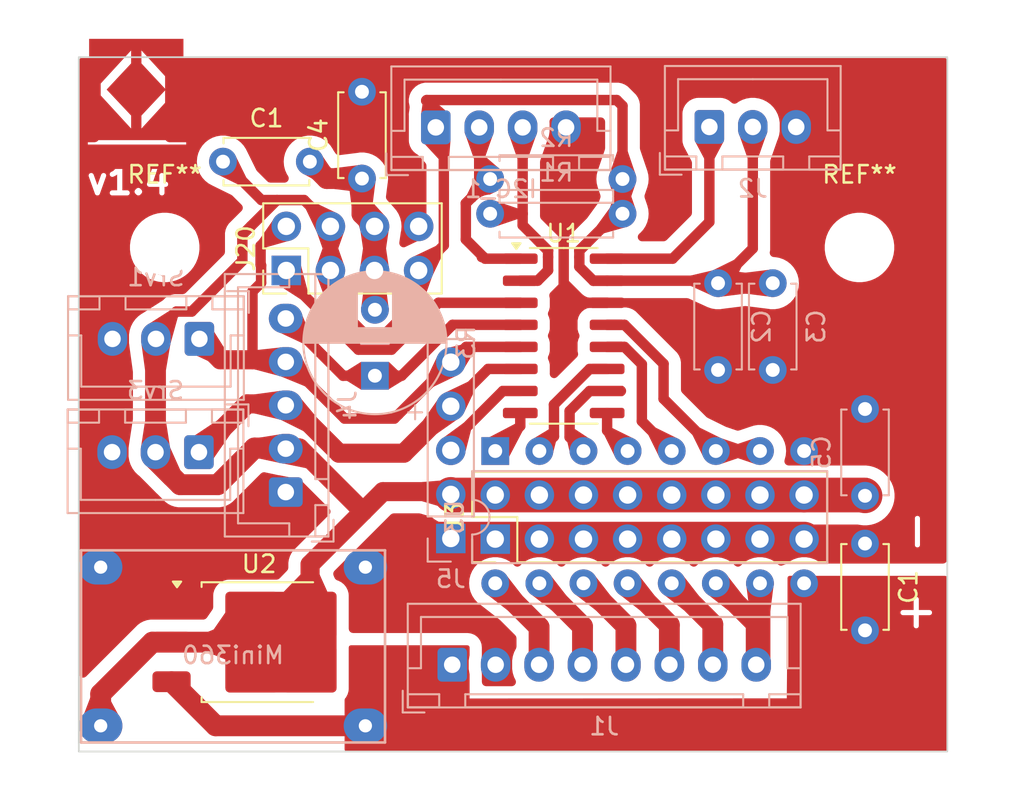
<source format=kicad_pcb>
(kicad_pcb
	(version 20240108)
	(generator "pcbnew")
	(generator_version "8.0")
	(general
		(thickness 1.6)
		(legacy_teardrops no)
	)
	(paper "A4")
	(layers
		(0 "F.Cu" signal)
		(31 "B.Cu" signal)
		(32 "B.Adhes" user "B.Adhesive")
		(33 "F.Adhes" user "F.Adhesive")
		(34 "B.Paste" user)
		(35 "F.Paste" user)
		(36 "B.SilkS" user "B.Silkscreen")
		(37 "F.SilkS" user "F.Silkscreen")
		(38 "B.Mask" user)
		(39 "F.Mask" user)
		(40 "Dwgs.User" user "User.Drawings")
		(41 "Cmts.User" user "User.Comments")
		(42 "Eco1.User" user "User.Eco1")
		(43 "Eco2.User" user "User.Eco2")
		(44 "Edge.Cuts" user)
		(45 "Margin" user)
		(46 "B.CrtYd" user "B.Courtyard")
		(47 "F.CrtYd" user "F.Courtyard")
		(48 "B.Fab" user)
		(49 "F.Fab" user)
		(50 "User.1" user)
		(51 "User.2" user)
		(52 "User.3" user)
		(53 "User.4" user)
		(54 "User.5" user)
		(55 "User.6" user)
		(56 "User.7" user)
		(57 "User.8" user)
		(58 "User.9" user)
	)
	(setup
		(stackup
			(layer "F.SilkS"
				(type "Top Silk Screen")
			)
			(layer "F.Paste"
				(type "Top Solder Paste")
			)
			(layer "F.Mask"
				(type "Top Solder Mask")
				(thickness 0.01)
			)
			(layer "F.Cu"
				(type "copper")
				(thickness 0.035)
			)
			(layer "dielectric 1"
				(type "core")
				(thickness 1.51)
				(material "FR4")
				(epsilon_r 4.5)
				(loss_tangent 0.02)
			)
			(layer "B.Cu"
				(type "copper")
				(thickness 0.035)
			)
			(layer "B.Mask"
				(type "Bottom Solder Mask")
				(thickness 0.01)
			)
			(layer "B.Paste"
				(type "Bottom Solder Paste")
			)
			(layer "B.SilkS"
				(type "Bottom Silk Screen")
			)
			(copper_finish "None")
			(dielectric_constraints no)
		)
		(pad_to_mask_clearance 0)
		(allow_soldermask_bridges_in_footprints no)
		(aux_axis_origin 99.4 100)
		(pcbplotparams
			(layerselection 0x0001102_ffffffff)
			(plot_on_all_layers_selection 0x0000000_00000000)
			(disableapertmacros yes)
			(usegerberextensions yes)
			(usegerberattributes no)
			(usegerberadvancedattributes yes)
			(creategerberjobfile yes)
			(dashed_line_dash_ratio 12.000000)
			(dashed_line_gap_ratio 3.000000)
			(svgprecision 4)
			(plotframeref no)
			(viasonmask no)
			(mode 1)
			(useauxorigin no)
			(hpglpennumber 1)
			(hpglpenspeed 20)
			(hpglpendiameter 15.000000)
			(pdf_front_fp_property_popups yes)
			(pdf_back_fp_property_popups yes)
			(dxfpolygonmode yes)
			(dxfimperialunits yes)
			(dxfusepcbnewfont yes)
			(psnegative no)
			(psa4output no)
			(plotreference no)
			(plotvalue no)
			(plotfptext no)
			(plotinvisibletext no)
			(sketchpadsonfab no)
			(subtractmaskfromsilk no)
			(outputformat 1)
			(mirror no)
			(drillshape 0)
			(scaleselection 1)
			(outputdirectory "gerber/")
		)
	)
	(net 0 "")
	(net 1 "5V")
	(net 2 "GND")
	(net 3 "SWIO")
	(net 4 "SCL")
	(net 5 "SDA")
	(net 6 "PWM2")
	(net 7 "RC_IN")
	(net 8 "PWM1")
	(net 9 "/PD7")
	(net 10 "/PD6")
	(net 11 "/PD5")
	(net 12 "/PD4")
	(net 13 "CUR_IN")
	(net 14 "POS_IN")
	(net 15 "IN")
	(net 16 "MISO")
	(net 17 "MOSI")
	(net 18 "Net-(J20-Pin_5)")
	(net 19 "Net-(J1-Pin_8)")
	(net 20 "Net-(J1-Pin_4)")
	(net 21 "Net-(J1-Pin_5)")
	(net 22 "Net-(J1-Pin_3)")
	(net 23 "Net-(J1-Pin_6)")
	(net 24 "Net-(J1-Pin_7)")
	(footprint "Capacitor_THT:C_Disc_D4.7mm_W2.5mm_P5.00mm" (layer "F.Cu") (at 9.302887 -34.981506))
	(footprint "Connector_PinHeader_2.54mm:PinHeader_2x04_P2.54mm_Vertical" (layer "F.Cu") (at 12.946099 -28.713615 90))
	(footprint "Package_SO:SOP-16_3.9x9.9mm_P1.27mm" (layer "F.Cu") (at 28.916689 -24.946506))
	(footprint "Capacitor_THT:C_Disc_D4.7mm_W2.5mm_P5.00mm" (layer "F.Cu") (at 17.302887 -34.007722 90))
	(footprint "Connector_PinHeader_2.54mm:PinHeader_2x08_P2.54mm_Vertical" (layer "F.Cu") (at 24.976315 -13.23662 90))
	(footprint "Capacitor_THT:C_Disc_D4.7mm_W2.5mm_P5.00mm" (layer "F.Cu") (at 46.264372 -12.981506 -90))
	(footprint "MountingHole:MountingHole_3.2mm_M3" (layer "F.Cu") (at 45.946099 -30.038615))
	(footprint "Package_TO_SOT_SMD:TO-252-3_TabPin2" (layer "F.Cu") (at 11.38 -7.301506))
	(footprint "MountingHole:MountingHole_3.2mm_M3" (layer "F.Cu") (at 5.946099 -30.038615))
	(footprint "Capacitor_THT:C_Disc_D4.7mm_W2.5mm_P5.00mm" (layer "B.Cu") (at 46.264372 -20.731678 -90))
	(footprint "Connector_JST:JST_XH_B3B-XH-A_1x03_P2.50mm_Vertical" (layer "B.Cu") (at 37.302887 -36.981506))
	(footprint "Package_DIP:DIP-16_W7.62mm" (layer "B.Cu") (at 24.976315 -18.31162 -90))
	(footprint "Resistor_THT:R_Axial_DIN0207_L6.3mm_D2.5mm_P7.62mm_Horizontal" (layer "B.Cu") (at 32.302887 -31.981506 180))
	(footprint "Connector_JST:JST_XH_B4B-XH-A_1x04_P2.50mm_Vertical" (layer "B.Cu") (at 21.552887 -36.956506))
	(footprint "Connector_JST:JST_XH_B3B-XH-A_1x03_P2.50mm_Vertical" (layer "B.Cu") (at 7.941689 -24.771506 180))
	(footprint "Capacitor_THT:C_Disc_D4.7mm_W2.5mm_P5.00mm" (layer "B.Cu") (at 37.802887 -22.981506 90))
	(footprint "Connector_PinHeader_2.54mm:PinHeader_1x05_P2.54mm_Vertical" (layer "B.Cu") (at 22.416689 -13.271506))
	(footprint "Connector_JST:JST_XH_B8B-XH-A_1x08_P2.50mm_Vertical" (layer "B.Cu") (at 22.5 -6))
	(footprint "Mini360_step-down:Mini360_step-down" (layer "B.Cu") (at 9.88 -7.051506 180))
	(footprint "Resistor_THT:R_Axial_DIN0207_L6.3mm_D2.5mm_P7.62mm_Horizontal" (layer "B.Cu") (at 32.302887 -33.981506 180))
	(footprint "Connector_JST:JST_XH_B3B-XH-A_1x03_P2.50mm_Vertical" (layer "B.Cu") (at 7.916689 -18.246506 180))
	(footprint "Capacitor_THT:C_Disc_D4.7mm_W2.5mm_P5.00mm" (layer "B.Cu") (at 40.952887 -22.981506 90))
	(footprint "Connector_JST:JST_XH_B5B-XH-A_1x05_P2.50mm_Vertical" (layer "B.Cu") (at 12.916689 -15.946506 90))
	(footprint "Capacitor_THT:CP_Radial_D8.0mm_P3.80mm"
		(layer "B.Cu")
		(uuid "ec089c02-6478-4721-9069-eb6b84527882")
		(at 18.048838 -22.648932 90)
		(descr "CP, Radial series, Radial, pin pitch=3.80mm, , diameter=8mm, Electrolytic Capacitor")
		(tags "CP Radial series Radial pin pitch 3.80mm  diameter 8mm Electrolytic Capacitor")
		(property "Reference" "R3"
			(at 1.9 5.25 -90)
			(layer "B.SilkS")
			(uuid "b63703a0-2055-4a56-99b7-b8a6fcd720fd")
			(effects
				(font
					(size 1 1)
					(thickness 0.15)
				)
				(justify mirror)
			)
		)
		(property "Value" "R"
			(at 1.9 -5.25 -90)
			(layer "B.Fab")
			(uuid "33481a02-4978-4118-9582-3b7693f255c9")
			(effects
				(font
					(size 1 1)
					(thickness 0.15)
				)
				(justify mirror)
			)
		)
		(property "Footprint" "Capacitor_THT:CP_Radial_D8.0mm_P3.80mm"
			(at 0 0 -90)
			(unlocked yes)
			(layer "B.Fab")
			(hide yes)
			(uuid "1b83236b-ffac-4d34-afd0-82392c0dc9e5")
			(effects
				(font
					(size 1.27 1.27)
					(thickness 0.15)
				)
				(justify mirror)
			)
		)
		(property "Datasheet" ""
			(at 0 0 -90)
			(unlocked yes)
			(layer "B.Fab")
			(hide yes)
			(uuid "cbb2d2cf-76ac-4fd1-a207-19977380ceb2")
			(effects
				(font
					(size 1.27 1.27)
					(thickness 0.15)
				)
				(justify mirror)
			)
		)
		(property "Description" "Resistor"
			(at 0 0 -90)
			(unlocked yes)
			(layer "B.Fab")
			(hide yes)
			(uuid "0dc61ed4-76d4-4735-908a-643d6b17f0d7")
			(effects
				(font
					(size 1.27 1.27)
					(thickness 0.15)
				)
				(justify mirror)
			)
		)
		(property ki_fp_filters "R_*")
		(path "/aec168d6-e4fe-4b6a-aba2-6bb59d1e740b")
		(sheetname "Root")
		(sheetfile "stripe_board.kicad_sch")
		(attr through_hole)
		(fp_line
			(start 1.98 -4.08)
			(end 1.98 4.08)
			(stroke
				(width 0.12)
				(type solid)
			)
			(layer "B.SilkS")
			(uuid "a44b29d5-56d0-4def-b1be-411acc025c25")
		)
		(fp_line
			(start 1.94 -4.08)
			(end 1.94 4.08)
			(stroke
				(width 0.12)
				(type solid)
			)
			(layer "B.SilkS")
			(uuid "6ddba40d-d5b5-4393-b27b-22a887a85397")
		)
		(fp_line
			(start 1.9 -4.08)
			(end 1.9 4.08)
			(stroke
				(width 0.12)
				(type solid)
			)
			(layer "B.SilkS")
			(uuid "a3a36bda-724f-4be2-a4d0-0b053ed9e447")
		)
		(fp_line
			(start 2.02 -4.079)
			(end 2.02 4.079)
			(stroke
				(width 0.12)
				(type solid)
			)
			(layer "B.SilkS")
			(uuid "1fe862b2-aabb-4da4-8196-e0dff171f319")
		)
		(fp_line
			(start 2.06 -4.077)
			(end 2.06 4.077)
			(stroke
				(width 0.12)
				(type solid)
			)
			(layer "B.SilkS")
			(uuid "939c9c84-f9b5-4f01-80c9-468886e5534f")
		)
		(fp_line
			(start 2.1 -4.076)
			(end 2.1 4.076)
			(stroke
				(width 0.12)
				(type solid)
			)
			(layer "B.SilkS")
			(uuid "e7f3a6a0-9204-41e9-941a-cd4b3d09aebf")
		)
		(fp_line
			(start 2.14 -4.074)
			(end 2.14 4.074)
			(stroke
				(width 0.12)
				(type solid)
			)
			(layer "B.SilkS")
			(uuid "eb00e56c-68db-4211-8913-e3d0c3662e27")
		)
		(fp_line
			(start 2.18 -4.071)
			(end 2.18 4.071)
			(stroke
				(width 0.12)
				(type solid)
			)
			(layer "B.SilkS")
			(uuid "cf043c64-48fb-4394-8d34-93f5ecbb8d83")
		)
		(fp_line
			(start 2.22 -4.068)
			(end 2.22 4.068)
			(stroke
				(width 0.12)
				(type solid)
			)
			(layer "B.SilkS")
			(uuid "fa4c2eb2-489a-4bb0-9f3b-5aa2d89b0403")
		)
		(fp_line
			(start 2.26 -4.065)
			(end 2.26 4.065)
			(stroke
				(width 0.12)
				(type solid)
			)
			(layer "B.SilkS")
			(uuid "d2c1796b-248d-4e9e-9c93-7ed4631ec331")
		)
		(fp_line
			(start 2.3 -4.061)
			(end 2.3 4.061)
			(stroke
				(width 0.12)
				(type solid)
			)
			(layer "B.SilkS")
			(uuid "839cf251-8252-4205-bb48-c8c82cb9c22d")
		)
		(fp_line
			(start 2.34 -4.057)
			(end 2.34 4.057)
			(stroke
				(width 0.12)
				(type solid)
			)
			(layer "B.SilkS")
			(uuid "80fb57ef-c884-4724-95e6-e752b2ca2dff")
		)
		(fp_line
			(start 2.38 -4.052)
			(end 2.38 4.052)
			(stroke
				(width 0.12)
				(type solid)
			)
			(layer "B.SilkS")
			(uuid "b6b8ed7d-6b05-4eee-ae89-c219a478a185")
		)
		(fp_line
			(start 2.42 -4.048)
			(end 2.42 4.048)
			(stroke
				(width 0.12)
				(type solid)
			)
			(layer "B.SilkS")
			(uuid "ebe289f4-3f0d-4b2f-8404-654a62bbb911")
		)
		(fp_line
			(start 2.46 -4.042)
			(end 2.46 4.042)
			(stroke
				(width 0.12)
				(type solid)
			)
			(layer "B.SilkS")
			(uuid "79bb8ebe-cdb9-4f6c-aff1-aa8d5e8420e6")
		)
		(fp_line
			(start 2.5 -4.037)
			(end 2.5 4.037)
			(stroke
				(width 0.12)
				(type solid)
			)
			(layer "B.SilkS")
			(uuid "ebac2a6c-1a82-4f41-b191-70def8e8843a")
		)
		(fp_line
			(start 2.54 -4.03)
			(end 2.54 4.03)
			(stroke
				(width 0.12)
				(type solid)
			)
			(layer "B.SilkS")
			(uuid "0cb1b272-2897-40fc-afea-200606b50e09")
		)
		(fp_line
			(start 2.58 -4.024)
			(end 2.58 4.024)
			(stroke
				(width 0.12)
				(type solid)
			)
			(layer "B.SilkS")
			(uuid "c74bd158-ba7e-4a41-a6a9-a7b61f145da7")
		)
		(fp_line
			(start 2.621 -4.017)
			(end 2.621 4.017)
			(stroke
				(width 0.12)
				(type solid)
			)
			(layer "B.SilkS")
			(uuid "33a651c0-8fbe-4efd-83bf-ed0081cf55be")
		)
		(fp_line
			(start 2.661 -4.01)
			(end 2.661 4.01)
			(stroke
				(width 0.12)
				(type solid)
			)
			(layer "B.SilkS")
			(uuid "c63d164c-dfef-40c5-880d-099601e284ce")
		)
		(fp_line
			(start 2.701 -4.002)
			(end 2.701 4.002)
			(stroke
				(width 0.12)
				(type solid)
			)
			(layer "B.SilkS")
			(uuid "d8b60d02-b83d-4cad-b8e1-de5ec868ab49")
		)
		(fp_line
			(start 2.741 -3.994)
			(end 2.741 3.994)
			(stroke
				(width 0.12)
				(type solid)
			)
			(layer "B.SilkS")
			(uuid "aca83aa3-85fc-4f52-93d6-506f90d1bcd5")
		)
		(fp_line
			(start 2.781 -3.985)
			(end 2.781 -1.04)
			(stroke
				(width 0.12)
				(type solid)
			)
			(layer "B.SilkS")
			(uuid "f6dee26c-f21b-4e43-bb9f-3fe5212fa1d8")
		)
		(fp_line
			(start 2.821 -3.976)
			(end 2.821 -1.04)
			(stroke
				(width 0.12)
				(type solid)
			)
			(layer "B.SilkS")
			(uuid "e304f711-2df6-4d65-ac64-8bd78f7c3aa7")
		)
		(fp_line
			(start 2.861 -3.967)
			(end 2.861 -1.04)
			(stroke
				(width 0.12)
				(type solid)
			)
			(layer "B.SilkS")
			(uuid "a4a3fe1b-c6c0-44c6-a1be-311ecda7d206")
		)
		(fp_line
			(start 2.901 -3.957)
			(end 2.901 -1.04)
			(stroke
				(width 0.12)
				(type solid)
			)
			(layer "B.SilkS")
			(uuid "3a040e89-5810-42e4-ab62-91f3cf5f81b0")
		)
		(fp_line
			(start 2.941 -3.947)
			(end 2.941 -1.04)
			(stroke
				(width 0.12)
				(type solid)
			)
			(layer "B.SilkS")
			(uuid "6988a462-2961-4dd1-a1da-a876cac0396e")
		)
		(fp_line
			(start 2.981 -3.936)
			(end 2.981 -1.04)
			(stroke
				(width 0.12)
				(type solid)
			)
			(layer "B.SilkS")
			(uuid "54306c54-a60f-4a95-bd6b-36358ddddb87")
		)
		(fp_line
			(start 3.021 -3.925)
			(end 3.021 -1.04)
			(stroke
				(width 0.12)
				(type solid)
			)
			(layer "B.SilkS")
			(uuid "679baeeb-822e-41a7-855a-aed353826e76")
		)
		(fp_line
			(start 3.061 -3.914)
			(end 3.061 -1.04)
			(stroke
				(width 0.12)
				(type solid)
			)
			(layer "B.SilkS")
			(uuid "2ebb37c7-2540-47c0-9efd-2fa6ac7b4553")
		)
		(fp_line
			(start 3.101 -3.902)
			(end 3.101 -1.04)
			(stroke
				(width 0.12)
				(type solid)
			)
			(layer "B.SilkS")
			(uuid "53804d5b-0ead-4471-88e3-10c190a49703")
		)
		(fp_line
			(start 3.141 -3.889)
			(end 3.141 -1.04)
			(stroke
				(width 0.12)
				(type solid)
			)
			(layer "B.SilkS")
			(uuid "41b38dd2-47d9-4586-8ba1-41b9de3411e0")
		)
		(fp_line
			(start 3.181 -3.877)
			(end 3.181 -1.04)
			(stroke
				(width 0.12)
				(type solid)
			)
			(layer "B.SilkS")
			(uuid "9b7b81f3-a234-4d95-9d6e-b2346e8dd914")
		)
		(fp_line
			(start 3.221 -3.863)
			(end 3.221 -1.04)
			(stroke
				(width 0.12)
				(type solid)
			)
			(layer "B.SilkS")
			(uuid "999d4e34-11f8-4b46-92a8-b37f1184ac36")
		)
		(fp_line
			(start 3.261 -3.85)
			(end 3.261 -1.04)
			(stroke
				(width 0.12)
				(type solid)
			)
			(layer "B.SilkS")
			(uuid "540b58b3-71e2-47b8-9722-5ae58871389f")
		)
		(fp_line
			(start 3.301 -3.835)
			(end 3.301 -1.04)
			(stroke
				(width 0.12)
				(type solid)
			)
			(layer "B.SilkS")
			(uuid "4ecc61a9-cef7-4cd3-a2b2-0226642e31fc")
		)
		(fp_line
			(start 3.341 -3.821)
			(end 3.341 -1.04)
			(stroke
				(width 0.12)
				(type solid)
			)
			(layer "B.SilkS")
			(uuid "b15f5a2f-bbb3-4a3b-88ea-d56583038ecb")
		)
		(fp_line
			(start 3.381 -3.805)
			(end 3.381 -1.04)
			(stroke
				(width 0.12)
				(type solid)
			)
			(layer "B.SilkS")
			(uuid "56b9b63d-13a9-42ac-8171-2d01988049f1")
		)
		(fp_line
			(start 3.421 -3.79)
			(end 3.421 -1.04)
			(stroke
				(width 0.12)
				(type solid)
			)
			(layer "B.SilkS")
			(uuid "8c6e4514-f9ba-49d9-ac53-0a7d4415ead1")
		)
		(fp_line
			(start 3.461 -3.774)
			(end 3.461 -1.04)
			(stroke
				(width 0.12)
				(type solid)
			)
			(layer "B.SilkS")
			(uuid "b557ce20-9474-4317-9b2d-ab8278797e7e")
		)
		(fp_line
			(start 3.501 -3.757)
			(end 3.501 -1.04)
			(stroke
				(width 0.12)
				(type solid)
			)
			(layer "B.SilkS")
			(uuid "1ec891bf-08d7-4676-8447-69686fdd8cef")
		)
		(fp_line
			(start 3.541 -3.74)
			(end 3.541 -1.04)
			(stroke
				(width 0.12)
				(type solid)
			
... [188775 chars truncated]
</source>
